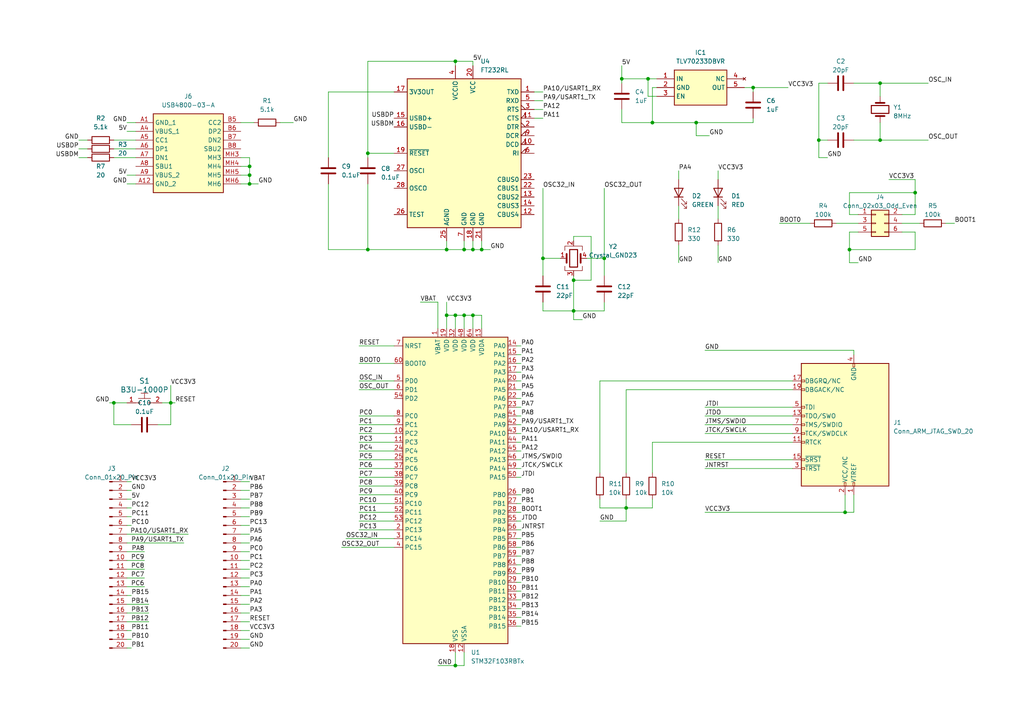
<source format=kicad_sch>
(kicad_sch (version 20230121) (generator eeschema)
  (paper "A4")
  (title_block (title "STM32F103RBT6 Dev Board") (date "2023-04-09") (rev "1.0"))
  (lib_symbols
    (symbol "Connector:Conn_01x20_Pin" (pin_names (offset 1.016) hide)
      (property "Reference" "J" (at 0 25.4 0))
      (property "Value" "Conn_01x20_Pin" (at 0 -27.94 0))
      (symbol "Conn_01x20_Pin_1_1"
        (polyline (pts (xy 1.27 -25.4) (xy 0.8636 -25.4)) (stroke (width 0.1524)))
        (polyline (pts (xy 1.27 -22.86) (xy 0.8636 -22.86)) (stroke (width 0.1524)))
        (polyline (pts (xy 1.27 -20.32) (xy 0.8636 -20.32)) (stroke (width 0.1524)))
        (polyline (pts (xy 1.27 -17.78) (xy 0.8636 -17.78)) (stroke (width 0.1524)))
        (polyline (pts (xy 1.27 -15.24) (xy 0.8636 -15.24)) (stroke (width 0.1524)))
        (polyline (pts (xy 1.27 -12.7) (xy 0.8636 -12.7)) (stroke (width 0.1524)))
        (polyline (pts (xy 1.27 -10.16) (xy 0.8636 -10.16)) (stroke (width 0.1524)))
        (polyline (pts (xy 1.27 -7.62) (xy 0.8636 -7.62)) (stroke (width 0.1524)))
        (polyline (pts (xy 1.27 -5.08) (xy 0.8636 -5.08)) (stroke (width 0.1524)))
        (polyline (pts (xy 1.27 -2.54) (xy 0.8636 -2.54)) (stroke (width 0.1524)))
        (polyline (pts (xy 1.27 0) (xy 0.8636 0)) (stroke (width 0.1524)))
        (polyline (pts (xy 1.27 2.54) (xy 0.8636 2.54)) (stroke (width 0.1524)))
        (polyline (pts (xy 1.27 5.08) (xy 0.8636 5.08)) (stroke (width 0.1524)))
        (polyline (pts (xy 1.27 7.62) (xy 0.8636 7.62)) (stroke (width 0.1524)))
        (polyline (pts (xy 1.27 10.16) (xy 0.8636 10.16)) (stroke (width 0.1524)))
        (polyline (pts (xy 1.27 12.7) (xy 0.8636 12.7)) (stroke (width 0.1524)))
        (polyline (pts (xy 1.27 15.24) (xy 0.8636 15.24)) (stroke (width 0.1524)))
        (polyline (pts (xy 1.27 17.78) (xy 0.8636 17.78)) (stroke (width 0.1524)))
        (polyline (pts (xy 1.27 20.32) (xy 0.8636 20.32)) (stroke (width 0.1524)))
        (polyline (pts (xy 1.27 22.86) (xy 0.8636 22.86)) (stroke (width 0.1524)))
        (rectangle (start 0.8636 -25.273) (end 0 -25.527) (stroke (width 0.1524)) (fill (type outline)))
        (rectangle (start 0.8636 -22.733) (end 0 -22.987) (stroke (width 0.1524)) (fill (type outline)))
        (rectangle (start 0.8636 -20.193) (end 0 -20.447) (stroke (width 0.1524)) (fill (type outline)))
        (rectangle (start 0.8636 -17.653) (end 0 -17.907) (stroke (width 0.1524)) (fill (type outline)))
        (rectangle (start 0.8636 -15.113) (end 0 -15.367) (stroke (width 0.1524)) (fill (type outline)))
        (rectangle (start 0.8636 -12.573) (end 0 -12.827) (stroke (width 0.1524)) (fill (type outline)))
        (rectangle (start 0.8636 -10.033) (end 0 -10.287) (stroke (width 0.1524)) (fill (type outline)))
        (rectangle (start 0.8636 -7.493) (end 0 -7.747) (stroke (width 0.1524)) (fill (type outline)))
        (rectangle (start 0.8636 -4.953) (end 0 -5.207) (stroke (width 0.1524)) (fill (type outline)))
        (rectangle (start 0.8636 -2.413) (end 0 -2.667) (stroke (width 0.1524)) (fill (type outline)))
        (rectangle (start 0.8636 0.127) (end 0 -0.127) (stroke (width 0.1524)) (fill (type outline)))
        (rectangle (start 0.8636 2.667) (end 0 2.413) (stroke (width 0.1524)) (fill (type outline)))
        (rectangle (start 0.8636 5.207) (end 0 4.953) (stroke (width 0.1524)) (fill (type outline)))
        (rectangle (start 0.8636 7.747) (end 0 7.493) (stroke (width 0.1524)) (fill (type outline)))
        (rectangle (start 0.8636 10.287) (end 0 10.033) (stroke (width 0.1524)) (fill (type outline)))
        (rectangle (start 0.8636 12.827) (end 0 12.573) (stroke (width 0.1524)) (fill (type outline)))
        (rectangle (start 0.8636 15.367) (end 0 15.113) (stroke (width 0.1524)) (fill (type outline)))
        (rectangle (start 0.8636 17.907) (end 0 17.653) (stroke (width 0.1524)) (fill (type outline)))
        (rectangle (start 0.8636 20.447) (end 0 20.193) (stroke (width 0.1524)) (fill (type outline)))
        (rectangle (start 0.8636 22.987) (end 0 22.733) (stroke (width 0.1524)) (fill (type outline)))
        (pin passive line (at 5.08 22.86 180) (length 3.81) (name "Pin_1") (number "1"))
        (pin passive line (at 5.08 0 180) (length 3.81) (name "Pin_10") (number "10"))
        (pin passive line (at 5.08 -2.54 180) (length 3.81) (name "Pin_11") (number "11"))
        (pin passive line (at 5.08 -5.08 180) (length 3.81) (name "Pin_12") (number "12"))
        (pin passive line (at 5.08 -7.62 180) (length 3.81) (name "Pin_13") (number "13"))
        (pin passive line (at 5.08 -10.16 180) (length 3.81) (name "Pin_14") (number "14"))
        (pin passive line (at 5.08 -12.7 180) (length 3.81) (name "Pin_15") (number "15"))
        (pin passive line (at 5.08 -15.24 180) (length 3.81) (name "Pin_16") (number "16"))
        (pin passive line (at 5.08 -17.78 180) (length 3.81) (name "Pin_17") (number "17"))
        (pin passive line (at 5.08 -20.32 180) (length 3.81) (name "Pin_18") (number "18"))
        (pin passive line (at 5.08 -22.86 180) (length 3.81) (name "Pin_19") (number "19"))
        (pin passive line (at 5.08 20.32 180) (length 3.81) (name "Pin_2") (number "2"))
        (pin passive line (at 5.08 -25.4 180) (length 3.81) (name "Pin_20") (number "20"))
        (pin passive line (at 5.08 17.78 180) (length 3.81) (name "Pin_3") (number "3"))
        (pin passive line (at 5.08 15.24 180) (length 3.81) (name "Pin_4") (number "4"))
        (pin passive line (at 5.08 12.7 180) (length 3.81) (name "Pin_5") (number "5"))
        (pin passive line (at 5.08 10.16 180) (length 3.81) (name "Pin_6") (number "6"))
        (pin passive line (at 5.08 7.62 180) (length 3.81) (name "Pin_7") (number "7"))
        (pin passive line (at 5.08 5.08 180) (length 3.81) (name "Pin_8") (number "8"))
        (pin passive line (at 5.08 2.54 180) (length 3.81) (name "Pin_9") (number "9"))
      )
    )
    (symbol "Connector:Conn_ARM_JTAG_SWD_20" (pin_names (offset 1.016))
      (property "Reference" "J" (at -5.08 21.59 0))
      (property "Value" "Conn_ARM_JTAG_SWD_20" (at -5.08 19.05 0))
      (symbol "Conn_ARM_JTAG_SWD_20_0_1"
        (rectangle (start -12.7 17.78) (end 12.7 -17.78) (stroke (width 0.254)) (fill (type background)))
        (rectangle (start -2.794 -17.78) (end -2.286 -16.764))
        (rectangle (start -2.794 17.78) (end -2.286 16.764))
        (rectangle (start -0.254 17.78) (end 0.254 16.764))
        (rectangle (start 11.684 2.286) (end 12.7 2.794))
        (rectangle (start 12.7 -12.446) (end 11.684 -12.954))
        (rectangle (start 12.7 -9.906) (end 11.684 -10.414))
        (rectangle (start 12.7 -2.794) (end 11.684 -2.286))
        (rectangle (start 12.7 -0.254) (end 11.684 0.254))
        (rectangle (start 12.7 4.826) (end 11.684 5.334))
        (rectangle (start 12.7 10.414) (end 11.684 9.906))
        (rectangle (start 12.7 12.954) (end 11.684 12.446))
      )
      (symbol "Conn_ARM_JTAG_SWD_20_1_1"
        (rectangle (start 11.684 -5.334) (end 12.7 -4.826))
        (pin power_in line (at -2.54 20.32 270) (length 2.54) (name "VTREF") (number "1"))
        (pin passive line (at -2.54 -20.32 90) (length 2.54) hide (name "GND") (number "10"))
        (pin input line (at 15.24 5.08 180) (length 2.54) (name "RTCK") (number "11"))
        (pin passive line (at -2.54 -20.32 90) (length 2.54) hide (name "GND") (number "12"))
        (pin input line (at 15.24 -2.54 180) (length 2.54) (name "TDO/SWO") (number "13"))
        (pin passive line (at -2.54 -20.32 90) (length 2.54) hide (name "GND") (number "14"))
        (pin bidirectional line (at 15.24 10.16 180) (length 2.54) (name "~{SRST}") (number "15"))
        (pin passive line (at -2.54 -20.32 90) (length 2.54) hide (name "GND") (number "16"))
        (pin output line (at 15.24 -12.7 180) (length 2.54) (name "DBGRQ/NC") (number "17"))
        (pin passive line (at -2.54 -20.32 90) (length 2.54) hide (name "GND") (number "18"))
        (pin input line (at 15.24 -10.16 180) (length 2.54) (name "DBGACK/NC") (number "19"))
        (pin power_in line (at 0 20.32 270) (length 2.54) (name "VCC/NC") (number "2"))
        (pin passive line (at -2.54 -20.32 90) (length 2.54) hide (name "GND") (number "20"))
        (pin output line (at 15.24 12.7 180) (length 2.54) (name "~{TRST}") (number "3"))
        (pin power_in line (at -2.54 -20.32 90) (length 2.54) (name "GND") (number "4"))
        (pin output line (at 15.24 -5.08 180) (length 2.54) (name "TDI") (number "5"))
        (pin passive line (at -2.54 -20.32 90) (length 2.54) hide (name "GND") (number "6"))
        (pin output line (at 15.24 0 180) (length 2.54) (name "TMS/SWDIO") (number "7"))
        (pin passive line (at -2.54 -20.32 90) (length 2.54) hide (name "GND") (number "8"))
        (pin output line (at 15.24 2.54 180) (length 2.54) (name "TCK/SWDCLK") (number "9"))
      )
    )
    (symbol "Connector_Generic:Conn_02x03_Odd_Even" (pin_names (offset 1.016) hide)
      (property "Reference" "J" (at 1.27 5.08 0))
      (property "Value" "Conn_02x03_Odd_Even" (at 1.27 -5.08 0))
      (symbol "Conn_02x03_Odd_Even_1_1"
        (rectangle (start -1.27 -2.413) (end 0 -2.667) (stroke (width 0.1524)))
        (rectangle (start -1.27 0.127) (end 0 -0.127) (stroke (width 0.1524)))
        (rectangle (start -1.27 2.667) (end 0 2.413) (stroke (width 0.1524)))
        (rectangle (start -1.27 3.81) (end 3.81 -3.81) (stroke (width 0.254)) (fill (type background)))
        (rectangle (start 3.81 -2.413) (end 2.54 -2.667) (stroke (width 0.1524)))
        (rectangle (start 3.81 0.127) (end 2.54 -0.127) (stroke (width 0.1524)))
        (rectangle (start 3.81 2.667) (end 2.54 2.413) (stroke (width 0.1524)))
        (pin passive line (at -5.08 2.54 0) (length 3.81) (name "Pin_1") (number "1"))
        (pin passive line (at 7.62 2.54 180) (length 3.81) (name "Pin_2") (number "2"))
        (pin passive line (at -5.08 0 0) (length 3.81) (name "Pin_3") (number "3"))
        (pin passive line (at 7.62 0 180) (length 3.81) (name "Pin_4") (number "4"))
        (pin passive line (at -5.08 -2.54 0) (length 3.81) (name "Pin_5") (number "5"))
        (pin passive line (at 7.62 -2.54 180) (length 3.81) (name "Pin_6") (number "6"))
      )
    )
    (symbol "Device:C" (pin_numbers hide) (pin_names (offset 0.254))
      (property "Reference" "C" (at 0.635 2.54 0))
      (property "Value" "C" (at 0.635 -2.54 0))
      (symbol "C_0_1"
        (polyline (pts (xy -2.032 -0.762) (xy 2.032 -0.762)) (stroke (width 0.508)))
        (polyline (pts (xy -2.032 0.762) (xy 2.032 0.762)) (stroke (width 0.508)))
      )
      (symbol "C_1_1"
        (pin passive line (at 0 3.81 270) (length 2.794) (name "~") (number "1"))
        (pin passive line (at 0 -3.81 90) (length 2.794) (name "~") (number "2"))
      )
    )
    (symbol "Device:Crystal" (pin_numbers hide) (pin_names (offset 1.016) hide)
      (property "Reference" "Y" (at 0 3.81 0))
      (property "Value" "Crystal" (at 0 -3.81 0))
      (symbol "Crystal_0_1"
        (rectangle (start -1.143 2.54) (end 1.143 -2.54) (stroke (width 0.3048)))
        (polyline (pts (xy -2.54 0) (xy -1.905 0)))
        (polyline (pts (xy -1.905 -1.27) (xy -1.905 1.27)) (stroke (width 0.508)))
        (polyline (pts (xy 1.905 -1.27) (xy 1.905 1.27)) (stroke (width 0.508)))
        (polyline (pts (xy 2.54 0) (xy 1.905 0)))
      )
      (symbol "Crystal_1_1"
        (pin passive line (at -3.81 0 0) (length 1.27) (name "1") (number "1"))
        (pin passive line (at 3.81 0 180) (length 1.27) (name "2") (number "2"))
      )
    )
    (symbol "Device:Crystal_GND23" (pin_names (offset 1.016) hide)
      (property "Reference" "Y" (at 3.175 5.08 0))
      (property "Value" "Crystal_GND23" (at 3.175 3.175 0))
      (symbol "Crystal_GND23_0_1"
        (rectangle (start -1.143 2.54) (end 1.143 -2.54) (stroke (width 0.3048)))
        (polyline (pts (xy -2.54 0) (xy -2.032 0)))
        (polyline (pts (xy -2.032 -1.27) (xy -2.032 1.27)) (stroke (width 0.508)))
        (polyline (pts (xy 0 -3.81) (xy 0 -3.556)))
        (polyline (pts (xy 0 3.556) (xy 0 3.81)))
        (polyline (pts (xy 2.032 -1.27) (xy 2.032 1.27)) (stroke (width 0.508)))
        (polyline (pts (xy 2.032 0) (xy 2.54 0)))
        (polyline (pts (xy -2.54 -2.286) (xy -2.54 -3.556) (xy 2.54 -3.556) (xy 2.54 -2.286)))
        (polyline (pts (xy -2.54 2.286) (xy -2.54 3.556) (xy 2.54 3.556) (xy 2.54 2.286)))
      )
      (symbol "Crystal_GND23_1_1"
        (pin passive line (at -3.81 0 0) (length 1.27) (name "1") (number "1"))
        (pin passive line (at 0 5.08 270) (length 1.27) (name "2") (number "2"))
        (pin passive line (at 0 -5.08 90) (length 1.27) (name "3") (number "3"))
        (pin passive line (at 3.81 0 180) (length 1.27) (name "4") (number "4"))
      )
    )
    (symbol "Device:LED" (pin_numbers hide) (pin_names (offset 1.016) hide)
      (property "Reference" "D" (at 0 2.54 0))
      (property "Value" "LED" (at 0 -2.54 0))
      (symbol "LED_0_1"
        (polyline (pts (xy -1.27 -1.27) (xy -1.27 1.27)) (stroke (width 0.254)))
        (polyline (pts (xy -1.27 0) (xy 1.27 0)))
        (polyline (pts (xy 1.27 -1.27) (xy 1.27 1.27) (xy -1.27 0) (xy 1.27 -1.27)) (stroke (width 0.254)))
        (polyline (pts (xy -3.048 -0.762) (xy -4.572 -2.286) (xy -3.81 -2.286) (xy -4.572 -2.286) (xy -4.572 -1.524)))
        (polyline (pts (xy -1.778 -0.762) (xy -3.302 -2.286) (xy -2.54 -2.286) (xy -3.302 -2.286) (xy -3.302 -1.524)))
      )
      (symbol "LED_1_1"
        (pin passive line (at -3.81 0 0) (length 2.54) (name "K") (number "1"))
        (pin passive line (at 3.81 0 180) (length 2.54) (name "A") (number "2"))
      )
    )
    (symbol "Device:R" (pin_numbers hide) (pin_names (offset 0))
      (property "Reference" "R" (at 2.032 0 90))
      (property "Value" "R" (at 0 0 90))
      (symbol "R_0_1"
        (rectangle (start -1.016 -2.54) (end 1.016 2.54) (stroke (width 0.254)))
      )
      (symbol "R_1_1"
        (pin passive line (at 0 3.81 270) (length 1.27) (name "~") (number "1"))
        (pin passive line (at 0 -3.81 90) (length 1.27) (name "~") (number "2"))
      )
    )
    (symbol "Interface_USB:FT232RL"
      (property "Reference" "U" (at -16.51 22.86 0))
      (property "Value" "FT232RL" (at 10.16 22.86 0))
      (symbol "FT232RL_0_1"
        (rectangle (start -16.51 21.59) (end 16.51 -21.59) (stroke (width 0.254)) (fill (type background)))
      )
      (symbol "FT232RL_1_1"
        (pin output line (at 20.32 17.78 180) (length 3.81) (name "TXD") (number "1"))
        (pin input input_low (at 20.32 2.54 180) (length 3.81) (name "DCD") (number "10"))
        (pin input input_low (at 20.32 10.16 180) (length 3.81) (name "CTS") (number "11"))
        (pin bidirectional line (at 20.32 -17.78 180) (length 3.81) (name "CBUS4") (number "12"))
        (pin bidirectional line (at 20.32 -12.7 180) (length 3.81) (name "CBUS2") (number "13"))
        (pin bidirectional line (at 20.32 -15.24 180) (length 3.81) (name "CBUS3") (number "14"))
        (pin bidirectional line (at -20.32 10.16 0) (length 3.81) (name "USBD+") (number "15"))
        (pin bidirectional line (at -20.32 7.62 0) (length 3.81) (name "USBD-") (number "16"))
        (pin power_out line (at -20.32 17.78 0) (length 3.81) (name "3V3OUT") (number "17"))
        (pin power_in line (at 2.54 -25.4 90) (length 3.81) (name "GND") (number "18"))
        (pin input line (at -20.32 0 0) (length 3.81) (name "~{RESET}") (number "19"))
        (pin output output_low (at 20.32 7.62 180) (length 3.81) (name "DTR") (number "2"))
        (pin power_in line (at 2.54 25.4 270) (length 3.81) (name "VCC") (number "20"))
        (pin power_in line (at 5.08 -25.4 90) (length 3.81) (name "GND") (number "21"))
        (pin bidirectional line (at 20.32 -10.16 180) (length 3.81) (name "CBUS1") (number "22"))
        (pin bidirectional line (at 20.32 -7.62 180) (length 3.81) (name "CBUS0") (number "23"))
        (pin power_in line (at -5.08 -25.4 90) (length 3.81) (name "AGND") (number "25"))
        (pin input line (at -20.32 -17.78 0) (length 3.81) (name "TEST") (number "26"))
        (pin input line (at -20.32 -5.08 0) (length 3.81) (name "OSCI") (number "27"))
        (pin output line (at -20.32 -10.16 0) (length 3.81) (name "OSCO") (number "28"))
        (pin output output_low (at 20.32 12.7 180) (length 3.81) (name "RTS") (number "3"))
        (pin power_in line (at -2.54 25.4 270) (length 3.81) (name "VCCIO") (number "4"))
        (pin input line (at 20.32 15.24 180) (length 3.81) (name "RXD") (number "5"))
        (pin input input_low (at 20.32 0 180) (length 3.81) (name "RI") (number "6"))
        (pin power_in line (at 0 -25.4 90) (length 3.81) (name "GND") (number "7"))
        (pin input input_low (at 20.32 5.08 180) (length 3.81) (name "DCR") (number "9"))
      )
    )
    (symbol "MCU_ST_STM32F1:STM32F103RBTx"
      (property "Reference" "U" (at -15.24 46.99 0))
      (property "Value" "STM32F103RBTx" (at 10.16 46.99 0))
      (symbol "STM32F103RBTx_0_1"
        (rectangle (start -15.24 -43.18) (end 15.24 45.72) (stroke (width 0.254)) (fill (type background)))
      )
      (symbol "STM32F103RBTx_1_1"
        (pin power_in line (at -5.08 48.26 270) (length 2.54) (name "VBAT") (number "1"))
        (pin bidirectional line (at -17.78 17.78 0) (length 2.54) (name "PC2") (number "10"))
        (pin bidirectional line (at -17.78 15.24 0) (length 2.54) (name "PC3") (number "11"))
        (pin power_in line (at 2.54 -45.72 90) (length 2.54) (name "VSSA") (number "12"))
        (pin power_in line (at 7.62 48.26 270) (length 2.54) (name "VDDA") (number "13"))
        (pin bidirectional line (at 17.78 43.18 180) (length 2.54) (name "PA0") (number "14"))
        (pin bidirectional line (at 17.78 40.64 180) (length 2.54) (name "PA1") (number "15"))
        (pin bidirectional line (at 17.78 38.1 180) (length 2.54) (name "PA2") (number "16"))
        (pin bidirectional line (at 17.78 35.56 180) (length 2.54) (name "PA3") (number "17"))
        (pin power_in line (at 0 -45.72 90) (length 2.54) (name "VSS") (number "18"))
        (pin power_in line (at -2.54 48.26 270) (length 2.54) (name "VDD") (number "19"))
        (pin bidirectional line (at -17.78 -10.16 0) (length 2.54) (name "PC13") (number "2"))
        (pin bidirectional line (at 17.78 33.02 180) (length 2.54) (name "PA4") (number "20"))
        (pin bidirectional line (at 17.78 30.48 180) (length 2.54) (name "PA5") (number "21"))
        (pin bidirectional line (at 17.78 27.94 180) (length 2.54) (name "PA6") (number "22"))
        (pin bidirectional line (at 17.78 25.4 180) (length 2.54) (name "PA7") (number "23"))
        (pin bidirectional line (at -17.78 12.7 0) (length 2.54) (name "PC4") (number "24"))
        (pin bidirectional line (at -17.78 10.16 0) (length 2.54) (name "PC5") (number "25"))
        (pin bidirectional line (at 17.78 0 180) (length 2.54) (name "PB0") (number "26"))
        (pin bidirectional line (at 17.78 -2.54 180) (length 2.54) (name "PB1") (number "27"))
        (pin bidirectional line (at 17.78 -5.08 180) (length 2.54) (name "PB2") (number "28"))
        (pin bidirectional line (at 17.78 -25.4 180) (length 2.54) (name "PB10") (number "29"))
        (pin bidirectional line (at -17.78 -12.7 0) (length 2.54) (name "PC14") (number "3"))
        (pin bidirectional line (at 17.78 -27.94 180) (length 2.54) (name "PB11") (number "30"))
        (pin passive line (at 0 -45.72 90) (length 2.54) hide (name "VSS") (number "31"))
        (pin power_in line (at 0 48.26 270) (length 2.54) (name "VDD") (number "32"))
        (pin bidirectional line (at 17.78 -30.48 180) (length 2.54) (name "PB12") (number "33"))
        (pin bidirectional line (at 17.78 -33.02 180) (length 2.54) (name "PB13") (number "34"))
        (pin bidirectional line (at 17.78 -35.56 180) (length 2.54) (name "PB14") (number "35"))
        (pin bidirectional line (at 17.78 -38.1 180) (length 2.54) (name "PB15") (number "36"))
        (pin bidirectional line (at -17.78 7.62 0) (length 2.54) (name "PC6") (number "37"))
        (pin bidirectional line (at -17.78 5.08 0) (length 2.54) (name "PC7") (number "38"))
        (pin bidirectional line (at -17.78 2.54 0) (length 2.54) (name "PC8") (number "39"))
        (pin bidirectional line (at -17.78 -15.24 0) (length 2.54) (name "PC15") (number "4"))
        (pin bidirectional line (at -17.78 0 0) (length 2.54) (name "PC9") (number "40"))
        (pin bidirectional line (at 17.78 22.86 180) (length 2.54) (name "PA8") (number "41"))
        (pin bidirectional line (at 17.78 20.32 180) (length 2.54) (name "PA9") (number "42"))
        (pin bidirectional line (at 17.78 17.78 180) (length 2.54) (name "PA10") (number "43"))
        (pin bidirectional line (at 17.78 15.24 180) (length 2.54) (name "PA11") (number "44"))
        (pin bidirectional line (at 17.78 12.7 180) (length 2.54) (name "PA12") (number "45"))
        (pin bidirectional line (at 17.78 10.16 180) (length 2.54) (name "PA13") (number "46"))
        (pin passive line (at 0 -45.72 90) (length 2.54) hide (name "VSS") (number "47"))
        (pin power_in line (at 2.54 48.26 270) (length 2.54) (name "VDD") (number "48"))
        (pin bidirectional line (at 17.78 7.62 180) (length 2.54) (name "PA14") (number "49"))
        (pin bidirectional line (at -17.78 33.02 0) (length 2.54) (name "PD0") (number "5"))
        (pin bidirectional line (at 17.78 5.08 180) (length 2.54) (name "PA15") (number "50"))
        (pin bidirectional line (at -17.78 -2.54 0) (length 2.54) (name "PC10") (number "51"))
        (pin bidirectional line (at -17.78 -5.08 0) (length 2.54) (name "PC11") (number "52"))
        (pin bidirectional line (at -17.78 -7.62 0) (length 2.54) (name "PC12") (number "53"))
        (pin bidirectional line (at -17.78 27.94 0) (length 2.54) (name "PD2") (number "54"))
        (pin bidirectional line (at 17.78 -7.62 180) (length 2.54) (name "PB3") (number "55"))
        (pin bidirectional line (at 17.78 -10.16 180) (length 2.54) (name "PB4") (number "56"))
        (pin bidirectional line (at 17.78 -12.7 180) (length 2.54) (name "PB5") (number "57"))
        (pin bidirectional line (at 17.78 -15.24 180) (length 2.54) (name "PB6") (number "58"))
        (pin bidirectional line (at 17.78 -17.78 180) (length 2.54) (name "PB7") (number "59"))
        (pin bidirectional line (at -17.78 30.48 0) (length 2.54) (name "PD1") (number "6"))
        (pin input line (at -17.78 38.1 0) (length 2.54) (name "BOOT0") (number "60"))
        (pin bidirectional line (at 17.78 -20.32 180) (length 2.54) (name "PB8") (number "61"))
        (pin bidirectional line (at 17.78 -22.86 180) (length 2.54) (name "PB9") (number "62"))
        (pin passive line (at 0 -45.72 90) (length 2.54) hide (name "VSS") (number "63"))
        (pin power_in line (at 5.08 48.26 270) (length 2.54) (name "VDD") (number "64"))
        (pin input line (at -17.78 43.18 0) (length 2.54) (name "NRST") (number "7"))
        (pin bidirectional line (at -17.78 22.86 0) (length 2.54) (name "PC0") (number "8"))
        (pin bidirectional line (at -17.78 20.32 0) (length 2.54) (name "PC1") (number "9"))
      )
    )
    (symbol "SamacSys_Parts:TLV70233DBVR"
      (property "Reference" "IC" (at 21.59 7.62 0))
      (property "Value" "TLV70233DBVR" (at 21.59 5.08 0))
      (symbol "TLV70233DBVR_1_1"
        (rectangle (start 5.08 2.54) (end 20.32 -7.62) (stroke (width 0.254)) (fill (type background)))
        (pin passive line (at 0 0 0) (length 5.08) (name "IN") (number "1"))
        (pin passive line (at 0 -2.54 0) (length 5.08) (name "GND") (number "2"))
        (pin passive line (at 0 -5.08 0) (length 5.08) (name "EN") (number "3"))
        (pin no_connect line (at 25.4 0 180) (length 5.08) (name "NC") (number "4"))
        (pin passive line (at 25.4 -2.54 180) (length 5.08) (name "OUT") (number "5"))
      )
    )
    (symbol "SamacSys_Parts:USB4800-03-A"
      (property "Reference" "J" (at 26.67 7.62 0))
      (property "Value" "USB4800-03-A" (at 26.67 5.08 0))
      (symbol "USB4800-03-A_1_1"
        (rectangle (start 5.08 2.54) (end 25.4 -20.32) (stroke (width 0.254)) (fill (type background)))
        (pin passive line (at 0 0 0) (length 5.08) (name "GND_1") (number "A1"))
        (pin passive line (at 0 -17.78 0) (length 5.08) (name "GND_2") (number "A12"))
        (pin passive line (at 0 -2.54 0) (length 5.08) (name "VBUS_1") (number "A4"))
        (pin passive line (at 0 -5.08 0) (length 5.08) (name "CC1") (number "A5"))
        (pin passive line (at 0 -7.62 0) (length 5.08) (name "DP1") (number "A6"))
        (pin passive line (at 0 -10.16 0) (length 5.08) (name "DN1") (number "A7"))
        (pin passive line (at 0 -12.7 0) (length 5.08) (name "SBU1") (number "A8"))
        (pin passive line (at 0 -15.24 0) (length 5.08) (name "VBUS_2") (number "A9"))
        (pin passive line (at 30.48 0 180) (length 5.08) (name "CC2") (number "B5"))
        (pin passive line (at 30.48 -2.54 180) (length 5.08) (name "DP2") (number "B6"))
        (pin passive line (at 30.48 -5.08 180) (length 5.08) (name "DN2") (number "B7"))
        (pin passive line (at 30.48 -7.62 180) (length 5.08) (name "SBU2") (number "B8"))
        (pin passive line (at 30.48 -10.16 180) (length 5.08) (name "MH3") (number "MH3"))
        (pin passive line (at 30.48 -12.7 180) (length 5.08) (name "MH4") (number "MH4"))
        (pin passive line (at 30.48 -15.24 180) (length 5.08) (name "MH5") (number "MH5"))
        (pin passive line (at 30.48 -17.78 180) (length 5.08) (name "MH6") (number "MH6"))
      )
    )
    (symbol "dk_Tactile-Switches:B3U-1000P" (pin_names (offset 1.016))
      (property "Reference" "S" (at 0 4.064 0))
      (property "Value" "B3U-1000P" (at 0 -2.54 0))
      (symbol "B3U-1000P_0_1"
        (circle (center -1.524 0) (radius 0.254))
        (polyline (pts (xy -2.54 0) (xy -1.778 0)))
        (polyline (pts (xy -1.778 1.27) (xy 1.778 1.27)))
        (polyline (pts (xy -1.016 2.794) (xy 1.016 2.794)))
        (polyline (pts (xy 0 1.27) (xy 0 2.794)))
        (polyline (pts (xy 2.54 0) (xy 1.778 0)))
        (circle (center 1.524 0) (radius 0.254))
      )
      (symbol "B3U-1000P_1_1"
        (pin passive line (at -5.08 0 0) (length 2.54) (name "~") (number "1"))
        (pin passive line (at 5.08 0 180) (length 2.54) (name "~") (number "2"))
      )
    )
  )
  (junction (at 201.93 35.56))
  (junction (at 132.08 91.44))
  (junction (at 129.54 91.44))
  (junction (at 132.08 17.78))
  (junction (at 180.34 22.86))
  (junction (at 246.38 72.39))
  (junction (at 166.37 81.28))
  (junction (at 181.61 147.32))
  (junction (at 237.49 40.64))
  (junction (at 132.08 193.04))
  (junction (at 137.16 91.44))
  (junction (at 137.16 72.39))
  (junction (at 218.44 25.4))
  (junction (at 157.48 74.93))
  (junction (at 72.39 48.26))
  (junction (at 187.96 22.86))
  (junction (at 33.02 116.84))
  (junction (at 106.68 44.45))
  (junction (at 129.54 72.39))
  (junction (at 134.62 91.44))
  (junction (at 245.11 148.59))
  (junction (at 134.62 72.39))
  (junction (at 49.53 116.84))
  (junction (at 72.39 50.8))
  (junction (at 255.27 24.13))
  (junction (at 189.23 35.56))
  (junction (at 72.39 53.34))
  (junction (at 255.27 40.64))
  (junction (at 139.7 72.39))
  (junction (at 175.26 74.93))
  (junction (at 106.68 72.39))
  (junction (at 166.37 90.17))
  (junction (at 265.43 55.88))
  (wire (pts (xy 43.18 175.26) (xy 36.83 175.26)))
  (wire (pts (xy 149.86 151.13) (xy 151.13 151.13)))
  (wire (pts (xy 104.14 100.33) (xy 114.3 100.33)))
  (wire (pts (xy 50.8 116.84) (xy 49.53 116.84)))
  (wire (pts (xy 204.47 118.11) (xy 229.87 118.11)))
  (wire (pts (xy 255.27 40.64) (xy 255.27 35.56)))
  (wire (pts (xy 151.13 181.61) (xy 149.86 181.61)))
  (wire (pts (xy 149.86 105.41) (xy 151.13 105.41)))
  (wire (pts (xy 149.86 135.89) (xy 151.13 135.89)))
  (wire (pts (xy 72.39 154.94) (xy 69.85 154.94)))
  (wire (pts (xy 180.34 19.05) (xy 180.34 22.86)))
  (wire (pts (xy 173.99 151.13) (xy 181.61 151.13)))
  (wire (pts (xy 208.28 59.69) (xy 208.28 63.5)))
  (wire (pts (xy 36.83 147.32) (xy 38.1 147.32)))
  (wire (pts (xy 248.92 67.31) (xy 246.38 67.31)))
  (wire (pts (xy 43.18 180.34) (xy 36.83 180.34)))
  (wire (pts (xy 139.7 72.39) (xy 142.24 72.39)))
  (wire (pts (xy 134.62 193.04) (xy 132.08 193.04)))
  (wire (pts (xy 104.14 123.19) (xy 114.3 123.19)))
  (wire (pts (xy 31.75 116.84) (xy 33.02 116.84)))
  (wire (pts (xy 72.39 53.34) (xy 69.85 53.34)))
  (wire (pts (xy 129.54 95.25) (xy 129.54 91.44)))
  (wire (pts (xy 132.08 189.23) (xy 132.08 193.04)))
  (wire (pts (xy 22.86 40.64) (xy 25.4 40.64)))
  (wire (pts (xy 151.13 146.05) (xy 149.86 146.05)))
  (wire (pts (xy 106.68 72.39) (xy 129.54 72.39)))
  (wire (pts (xy 149.86 113.03) (xy 151.13 113.03)))
  (wire (pts (xy 151.13 125.73) (xy 149.86 125.73)))
  (wire (pts (xy 49.53 116.84) (xy 46.99 116.84)))
  (wire (pts (xy 151.13 123.19) (xy 149.86 123.19)))
  (wire (pts (xy 149.86 148.59) (xy 151.13 148.59)))
  (wire (pts (xy 134.62 91.44) (xy 134.62 95.25)))
  (wire (pts (xy 237.49 40.64) (xy 240.03 40.64)))
  (wire (pts (xy 208.28 49.53) (xy 208.28 52.07)))
  (wire (pts (xy 181.61 144.78) (xy 181.61 147.32)))
  (wire (pts (xy 151.13 118.11) (xy 149.86 118.11)))
  (wire (pts (xy 127 95.25) (xy 127 87.63)))
  (wire (pts (xy 245.11 148.59) (xy 247.65 148.59)))
  (wire (pts (xy 201.93 35.56) (xy 218.44 35.56)))
  (wire (pts (xy 106.68 44.45) (xy 114.3 44.45)))
  (wire (pts (xy 173.99 144.78) (xy 173.99 147.32)))
  (wire (pts (xy 134.62 189.23) (xy 134.62 193.04)))
  (wire (pts (xy 49.53 111.76) (xy 49.53 116.84)))
  (wire (pts (xy 41.91 167.64) (xy 36.83 167.64)))
  (wire (pts (xy 189.23 147.32) (xy 189.23 144.78)))
  (wire (pts (xy 204.47 148.59) (xy 245.11 148.59)))
  (wire (pts (xy 175.26 74.93) (xy 175.26 80.01)))
  (wire (pts (xy 151.13 163.83) (xy 149.86 163.83)))
  (wire (pts (xy 106.68 17.78) (xy 106.68 44.45)))
  (wire (pts (xy 72.39 175.26) (xy 69.85 175.26)))
  (wire (pts (xy 129.54 87.63) (xy 129.54 91.44)))
  (wire (pts (xy 104.14 128.27) (xy 114.3 128.27)))
  (wire (pts (xy 218.44 26.67) (xy 218.44 25.4)))
  (wire (pts (xy 204.47 120.65) (xy 229.87 120.65)))
  (wire (pts (xy 72.39 45.72) (xy 72.39 48.26)))
  (wire (pts (xy 255.27 40.64) (xy 269.24 40.64)))
  (wire (pts (xy 104.14 143.51) (xy 114.3 143.51)))
  (wire (pts (xy 72.39 177.8) (xy 69.85 177.8)))
  (wire (pts (xy 180.34 31.75) (xy 180.34 35.56)))
  (wire (pts (xy 100.33 156.21) (xy 114.3 156.21)))
  (wire (pts (xy 106.68 53.34) (xy 106.68 72.39)))
  (wire (pts (xy 129.54 72.39) (xy 134.62 72.39)))
  (wire (pts (xy 137.16 91.44) (xy 137.16 95.25)))
  (wire (pts (xy 242.57 64.77) (xy 248.92 64.77)))
  (wire (pts (xy 180.34 22.86) (xy 187.96 22.86)))
  (wire (pts (xy 104.14 140.97) (xy 114.3 140.97)))
  (wire (pts (xy 36.83 144.78) (xy 38.1 144.78)))
  (wire (pts (xy 247.65 40.64) (xy 255.27 40.64)))
  (wire (pts (xy 36.83 139.7) (xy 38.1 139.7)))
  (wire (pts (xy 261.62 64.77) (xy 266.7 64.77)))
  (wire (pts (xy 69.85 48.26) (xy 72.39 48.26)))
  (wire (pts (xy 129.54 69.85) (xy 129.54 72.39)))
  (wire (pts (xy 72.39 50.8) (xy 72.39 53.34)))
  (wire (pts (xy 137.16 17.78) (xy 137.16 19.05)))
  (wire (pts (xy 246.38 62.23) (xy 248.92 62.23)))
  (wire (pts (xy 114.3 26.67) (xy 95.25 26.67)))
  (wire (pts (xy 38.1 123.19) (xy 33.02 123.19)))
  (wire (pts (xy 38.1 185.42) (xy 36.83 185.42)))
  (wire (pts (xy 170.18 74.93) (xy 175.26 74.93)))
  (wire (pts (xy 72.39 172.72) (xy 69.85 172.72)))
  (wire (pts (xy 151.13 179.07) (xy 149.86 179.07)))
  (wire (pts (xy 49.53 123.19) (xy 49.53 116.84)))
  (wire (pts (xy 204.47 125.73) (xy 229.87 125.73)))
  (wire (pts (xy 45.72 123.19) (xy 49.53 123.19)))
  (wire (pts (xy 132.08 17.78) (xy 137.16 17.78)))
  (wire (pts (xy 139.7 91.44) (xy 137.16 91.44)))
  (wire (pts (xy 41.91 170.18) (xy 36.83 170.18)))
  (wire (pts (xy 149.86 133.35) (xy 151.13 133.35)))
  (wire (pts (xy 218.44 34.29) (xy 218.44 35.56)))
  (wire (pts (xy 157.48 74.93) (xy 157.48 80.01)))
  (wire (pts (xy 151.13 168.91) (xy 149.86 168.91)))
  (wire (pts (xy 149.86 107.95) (xy 151.13 107.95)))
  (wire (pts (xy 38.1 172.72) (xy 36.83 172.72)))
  (wire (pts (xy 151.13 143.51) (xy 149.86 143.51)))
  (wire (pts (xy 196.85 59.69) (xy 196.85 63.5)))
  (wire (pts (xy 72.39 167.64) (xy 69.85 167.64)))
  (wire (pts (xy 157.48 90.17) (xy 166.37 90.17)))
  (wire (pts (xy 171.45 68.58) (xy 171.45 81.28)))
  (wire (pts (xy 237.49 45.72) (xy 237.49 40.64)))
  (wire (pts (xy 69.85 50.8) (xy 72.39 50.8)))
  (wire (pts (xy 274.32 64.77) (xy 276.86 64.77)))
  (wire (pts (xy 149.86 110.49) (xy 151.13 110.49)))
  (wire (pts (xy 134.62 91.44) (xy 137.16 91.44)))
  (wire (pts (xy 72.39 147.32) (xy 69.85 147.32)))
  (wire (pts (xy 134.62 72.39) (xy 137.16 72.39)))
  (wire (pts (xy 22.86 43.18) (xy 25.4 43.18)))
  (wire (pts (xy 189.23 128.27) (xy 189.23 137.16)))
  (wire (pts (xy 33.02 45.72) (xy 39.37 45.72)))
  (wire (pts (xy 72.39 162.56) (xy 69.85 162.56)))
  (wire (pts (xy 104.14 110.49) (xy 114.3 110.49)))
  (wire (pts (xy 190.5 27.94) (xy 187.96 27.94)))
  (wire (pts (xy 36.83 149.86) (xy 38.1 149.86)))
  (wire (pts (xy 151.13 176.53) (xy 149.86 176.53)))
  (wire (pts (xy 72.39 170.18) (xy 69.85 170.18)))
  (wire (pts (xy 229.87 110.49) (xy 173.99 110.49)))
  (wire (pts (xy 181.61 137.16) (xy 181.61 113.03)))
  (wire (pts (xy 106.68 44.45) (xy 106.68 45.72)))
  (wire (pts (xy 261.62 62.23) (xy 265.43 62.23)))
  (wire (pts (xy 215.9 25.4) (xy 218.44 25.4)))
  (wire (pts (xy 151.13 156.21) (xy 149.86 156.21)))
  (wire (pts (xy 175.26 90.17) (xy 175.26 87.63)))
  (wire (pts (xy 36.83 38.1) (xy 39.37 38.1)))
  (wire (pts (xy 132.08 91.44) (xy 132.08 95.25)))
  (wire (pts (xy 189.23 25.4) (xy 189.23 35.56)))
  (wire (pts (xy 132.08 19.05) (xy 132.08 17.78)))
  (wire (pts (xy 166.37 68.58) (xy 171.45 68.58)))
  (wire (pts (xy 189.23 35.56) (xy 201.93 35.56)))
  (wire (pts (xy 95.25 72.39) (xy 106.68 72.39)))
  (wire (pts (xy 196.85 49.53) (xy 196.85 52.07)))
  (wire (pts (xy 69.85 180.34) (xy 72.39 180.34)))
  (wire (pts (xy 151.13 120.65) (xy 149.86 120.65)))
  (wire (pts (xy 72.39 53.34) (xy 74.93 53.34)))
  (wire (pts (xy 104.14 120.65) (xy 114.3 120.65)))
  (wire (pts (xy 72.39 152.4) (xy 69.85 152.4)))
  (wire (pts (xy 72.39 160.02) (xy 69.85 160.02)))
  (wire (pts (xy 104.14 135.89) (xy 114.3 135.89)))
  (wire (pts (xy 240.03 45.72) (xy 237.49 45.72)))
  (wire (pts (xy 229.87 128.27) (xy 189.23 128.27)))
  (wire (pts (xy 180.34 22.86) (xy 180.34 24.13)))
  (wire (pts (xy 36.83 152.4) (xy 38.1 152.4)))
  (wire (pts (xy 137.16 72.39) (xy 139.7 72.39)))
  (wire (pts (xy 72.39 144.78) (xy 69.85 144.78)))
  (wire (pts (xy 104.14 113.03) (xy 114.3 113.03)))
  (wire (pts (xy 72.39 165.1) (xy 69.85 165.1)))
  (wire (pts (xy 33.02 43.18) (xy 39.37 43.18)))
  (wire (pts (xy 157.48 54.61) (xy 157.48 74.93)))
  (wire (pts (xy 226.06 64.77) (xy 234.95 64.77)))
  (wire (pts (xy 173.99 110.49) (xy 173.99 137.16)))
  (wire (pts (xy 95.25 53.34) (xy 95.25 72.39)))
  (wire (pts (xy 237.49 24.13) (xy 237.49 40.64)))
  (wire (pts (xy 166.37 68.58) (xy 166.37 69.85)))
  (wire (pts (xy 196.85 71.12) (xy 196.85 76.2)))
  (wire (pts (xy 139.7 95.25) (xy 139.7 91.44)))
  (wire (pts (xy 245.11 143.51) (xy 245.11 148.59)))
  (wire (pts (xy 181.61 113.03) (xy 229.87 113.03)))
  (wire (pts (xy 139.7 72.39) (xy 139.7 69.85)))
  (wire (pts (xy 134.62 69.85) (xy 134.62 72.39)))
  (wire (pts (xy 154.94 26.67) (xy 157.48 26.67)))
  (wire (pts (xy 38.1 187.96) (xy 36.83 187.96)))
  (wire (pts (xy 72.39 157.48) (xy 69.85 157.48)))
  (wire (pts (xy 247.65 143.51) (xy 247.65 148.59)))
  (wire (pts (xy 166.37 81.28) (xy 166.37 90.17)))
  (wire (pts (xy 69.85 182.88) (xy 72.39 182.88)))
  (wire (pts (xy 255.27 24.13) (xy 269.24 24.13)))
  (wire (pts (xy 137.16 69.85) (xy 137.16 72.39)))
  (wire (pts (xy 72.39 149.86) (xy 69.85 149.86)))
  (wire (pts (xy 171.45 81.28) (xy 166.37 81.28)))
  (wire (pts (xy 240.03 24.13) (xy 237.49 24.13)))
  (wire (pts (xy 168.91 92.71) (xy 166.37 92.71)))
  (wire (pts (xy 104.14 153.67) (xy 114.3 153.67)))
  (wire (pts (xy 181.61 147.32) (xy 181.61 151.13)))
  (wire (pts (xy 175.26 54.61) (xy 175.26 74.93)))
  (wire (pts (xy 255.27 27.94) (xy 255.27 24.13)))
  (wire (pts (xy 121.92 87.63) (xy 127 87.63)))
  (wire (pts (xy 181.61 147.32) (xy 189.23 147.32)))
  (wire (pts (xy 246.38 55.88) (xy 246.38 62.23)))
  (wire (pts (xy 72.39 48.26) (xy 72.39 50.8)))
  (wire (pts (xy 104.14 133.35) (xy 114.3 133.35)))
  (wire (pts (xy 204.47 101.6) (xy 247.65 101.6)))
  (wire (pts (xy 208.28 71.12) (xy 208.28 76.2)))
  (wire (pts (xy 265.43 62.23) (xy 265.43 55.88)))
  (wire (pts (xy 69.85 35.56) (xy 73.66 35.56)))
  (wire (pts (xy 166.37 90.17) (xy 175.26 90.17)))
  (wire (pts (xy 187.96 27.94) (xy 187.96 22.86)))
  (wire (pts (xy 151.13 166.37) (xy 149.86 166.37)))
  (wire (pts (xy 190.5 25.4) (xy 189.23 25.4)))
  (wire (pts (xy 204.47 123.19) (xy 229.87 123.19)))
  (wire (pts (xy 166.37 92.71) (xy 166.37 90.17)))
  (wire (pts (xy 204.47 135.89) (xy 229.87 135.89)))
  (wire (pts (xy 104.14 105.41) (xy 114.3 105.41)))
  (wire (pts (xy 129.54 91.44) (xy 132.08 91.44)))
  (wire (pts (xy 265.43 72.39) (xy 265.43 67.31)))
  (wire (pts (xy 41.91 162.56) (xy 36.83 162.56)))
  (wire (pts (xy 247.65 101.6) (xy 247.65 102.87)))
  (wire (pts (xy 36.83 35.56) (xy 39.37 35.56)))
  (wire (pts (xy 149.86 102.87) (xy 151.13 102.87)))
  (wire (pts (xy 132.08 91.44) (xy 134.62 91.44)))
  (wire (pts (xy 41.91 160.02) (xy 36.83 160.02)))
  (wire (pts (xy 104.14 130.81) (xy 114.3 130.81)))
  (wire (pts (xy 69.85 139.7) (xy 72.39 139.7)))
  (wire (pts (xy 154.94 31.75) (xy 157.48 31.75)))
  (wire (pts (xy 104.14 138.43) (xy 114.3 138.43)))
  (wire (pts (xy 69.85 45.72) (xy 72.39 45.72)))
  (wire (pts (xy 157.48 34.29) (xy 154.94 34.29)))
  (wire (pts (xy 265.43 67.31) (xy 261.62 67.31)))
  (wire (pts (xy 173.99 147.32) (xy 181.61 147.32)))
  (wire (pts (xy 81.28 35.56) (xy 85.09 35.56)))
  (wire (pts (xy 149.86 100.33) (xy 151.13 100.33)))
  (wire (pts (xy 22.86 45.72) (xy 25.4 45.72)))
  (wire (pts (xy 151.13 158.75) (xy 149.86 158.75)))
  (wire (pts (xy 151.13 171.45) (xy 149.86 171.45)))
  (wire (pts (xy 246.38 76.2) (xy 248.92 76.2)))
  (wire (pts (xy 36.83 154.94) (xy 54.61 154.94)))
  (wire (pts (xy 36.83 157.48) (xy 53.34 157.48)))
  (wire (pts (xy 149.86 153.67) (xy 151.13 153.67)))
  (wire (pts (xy 33.02 40.64) (xy 39.37 40.64)))
  (wire (pts (xy 190.5 22.86) (xy 187.96 22.86)))
  (wire (pts (xy 104.14 151.13) (xy 114.3 151.13)))
  (wire (pts (xy 36.83 142.24) (xy 38.1 142.24)))
  (wire (pts (xy 265.43 55.88) (xy 246.38 55.88)))
  (wire (pts (xy 33.02 123.19) (xy 33.02 116.84)))
  (wire (pts (xy 104.14 148.59) (xy 114.3 148.59)))
  (wire (pts (xy 151.13 173.99) (xy 149.86 173.99)))
  (wire (pts (xy 132.08 17.78) (xy 106.68 17.78)))
  (wire (pts (xy 104.14 125.73) (xy 114.3 125.73)))
  (wire (pts (xy 33.02 116.84) (xy 36.83 116.84)))
  (wire (pts (xy 69.85 185.42) (xy 72.39 185.42)))
  (wire (pts (xy 43.18 177.8) (xy 36.83 177.8)))
  (wire (pts (xy 157.48 74.93) (xy 162.56 74.93)))
  (wire (pts (xy 246.38 72.39) (xy 246.38 76.2)))
  (wire (pts (xy 69.85 187.96) (xy 72.39 187.96)))
  (wire (pts (xy 246.38 72.39) (xy 265.43 72.39)))
  (wire (pts (xy 180.34 35.56) (xy 189.23 35.56)))
  (wire (pts (xy 104.14 146.05) (xy 114.3 146.05)))
  (wire (pts (xy 72.39 142.24) (xy 69.85 142.24)))
  (wire (pts (xy 149.86 138.43) (xy 151.13 138.43)))
  (wire (pts (xy 99.06 158.75) (xy 114.3 158.75)))
  (wire (pts (xy 205.74 39.37) (xy 201.93 39.37)))
  (wire (pts (xy 151.13 161.29) (xy 149.86 161.29)))
  (wire (pts (xy 166.37 80.01) (xy 166.37 81.28)))
  (wire (pts (xy 201.93 39.37) (xy 201.93 35.56)))
  (wire (pts (xy 41.91 165.1) (xy 36.83 165.1)))
  (wire (pts (xy 157.48 87.63) (xy 157.48 90.17)))
  (wire (pts (xy 127 193.04) (xy 132.08 193.04)))
  (wire (pts (xy 218.44 25.4) (xy 228.6 25.4)))
  (wire (pts (xy 204.47 133.35) (xy 229.87 133.35)))
  (wire (pts (xy 265.43 55.88) (xy 265.43 52.07)))
  (wire (pts (xy 255.27 24.13) (xy 247.65 24.13)))
  (wire (pts (xy 36.83 50.8) (xy 39.37 50.8)))
  (wire (pts (xy 38.1 182.88) (xy 36.83 182.88)))
  (wire (pts (xy 151.13 115.57) (xy 149.86 115.57)))
  (wire (pts (xy 246.38 67.31) (xy 246.38 72.39)))
  (wire (pts (xy 265.43 52.07) (xy 257.81 52.07)))
  (wire (pts (xy 149.86 128.27) (xy 151.13 128.27)))
  (wire (pts (xy 149.86 130.81) (xy 151.13 130.81)))
  (wire (pts (xy 157.48 29.21) (xy 154.94 29.21)))
  (wire (pts (xy 36.83 53.34) (xy 39.37 53.34)))
  (wire (pts (xy 95.25 26.67) (xy 95.25 45.72)))
  (label "VCC3V3" (at 257.81 52.07 0))
  (label "PC0" (at 72.39 160.02 0))
  (label "PC9" (at 41.91 162.56 180))
  (label "PA0" (at 72.39 170.18 0))
  (label "OSC_OUT" (at 104.14 113.03 0))
  (label "VCC3V3" (at 38.1 139.7 0))
  (label "PC7" (at 41.91 167.64 180))
  (label "PA8" (at 151.13 120.65 0))
  (label "USBDP" (at 114.3 34.29 180))
  (label "PC3" (at 104.14 128.27 0))
  (label "PC6" (at 104.14 135.89 0))
  (label "JNTRST" (at 204.47 135.89 0))
  (label "5V" (at 38.1 144.78 0))
  (label "PC11" (at 38.1 149.86 0))
  (label "PB14" (at 43.18 175.26 180))
  (label "OSC32_IN" (at 100.33 156.21 0))
  (label "PB5" (at 151.13 156.21 0))
  (label "VCC3V3" (at 228.6 25.4 0))
  (label "PA10{slash}USART1_RX" (at 157.48 26.67 0))
  (label "GND" (at 127 193.04 0))
  (label "GND" (at 36.83 53.34 180))
  (label "PA6" (at 151.13 115.57 0))
  (label "PB8" (at 151.13 163.83 0))
  (label "5V" (at 36.83 50.8 180))
  (label "GND" (at 205.74 39.37 0))
  (label "BOOT1" (at 276.86 64.77 0))
  (label "PC2" (at 72.39 165.1 0))
  (label "PA1" (at 151.13 102.87 0))
  (label "OSC32_OUT" (at 99.06 158.75 0))
  (label "JTCK{slash}SWCLK" (at 204.47 125.73 0))
  (label "PC13" (at 104.14 153.67 0))
  (label "PA3" (at 72.39 177.8 0))
  (label "PC13" (at 72.39 152.4 0))
  (label "PB11" (at 151.13 171.45 0))
  (label "5V" (at 137.16 17.78 0))
  (label "PB6" (at 151.13 158.75 0))
  (label "PC8" (at 41.91 165.1 180))
  (label "JNTRST" (at 151.13 153.67 0))
  (label "PB15" (at 151.13 181.61 0))
  (label "PA5" (at 151.13 113.03 0))
  (label "OSC32_IN" (at 157.48 54.61 0))
  (label "PC11" (at 104.14 148.59 0))
  (label "PB10" (at 38.1 185.42 0))
  (label "PB13" (at 43.18 177.8 180))
  (label "PA4" (at 196.85 49.53 0))
  (label "PC12" (at 104.14 151.13 0))
  (label "VCC3V3" (at 208.28 49.53 0))
  (label "PC7" (at 104.14 138.43 0))
  (label "USBDM" (at 114.3 36.83 180))
  (label "PA2" (at 151.13 105.41 0))
  (label "PC1" (at 104.14 123.19 0))
  (label "PA9{slash}USART1_TX" (at 157.48 29.21 0))
  (label "GND" (at 85.09 35.56 0))
  (label "PC4" (at 104.14 130.81 0))
  (label "PA8" (at 41.91 160.02 180))
  (label "GND" (at 208.28 76.2 0))
  (label "PB12" (at 151.13 173.99 0))
  (label "PB15" (at 38.1 172.72 0))
  (label "GND" (at 168.91 92.71 0))
  (label "JTMS{slash}SWDIO" (at 151.13 133.35 0))
  (label "RESET" (at 204.47 133.35 0))
  (label "GND" (at 240.03 45.72 0))
  (label "GND" (at 36.83 35.56 180))
  (label "OSC_IN" (at 269.24 24.13 0))
  (label "PA2" (at 72.39 175.26 0))
  (label "PA0" (at 151.13 100.33 0))
  (label "JTMS{slash}SWDIO" (at 204.47 123.19 0))
  (label "PB13" (at 151.13 176.53 0))
  (label "PB6" (at 72.39 142.24 0))
  (label "PB1" (at 151.13 146.05 0))
  (label "RESET" (at 104.14 100.33 0))
  (label "GND" (at 72.39 187.96 0))
  (label "PB11" (at 38.1 182.88 0))
  (label "JTDI" (at 204.47 118.11 0))
  (label "VCC3V3" (at 129.54 87.63 0))
  (label "PB7" (at 72.39 144.78 0))
  (label "GND" (at 31.75 116.84 180))
  (label "PB12" (at 43.18 180.34 180))
  (label "OSC_IN" (at 104.14 110.49 0))
  (label "GND" (at 248.92 76.2 0))
  (label "PC1" (at 72.39 162.56 0))
  (label "PC2" (at 104.14 125.73 0))
  (label "PA5" (at 72.39 154.94 0))
  (label "VBAT" (at 121.92 87.63 0))
  (label "PC12" (at 38.1 147.32 0))
  (label "PA3" (at 151.13 107.95 0))
  (label "PB1" (at 38.1 187.96 0))
  (label "PB10" (at 151.13 168.91 0))
  (label "BOOT0" (at 226.06 64.77 0))
  (label "PC10" (at 38.1 152.4 0))
  (label "PA11" (at 157.48 34.29 0))
  (label "PC8" (at 104.14 140.97 0))
  (label "PC6" (at 41.91 170.18 180))
  (label "VCC3V3" (at 204.47 148.59 0))
  (label "PA12" (at 157.48 31.75 0))
  (label "GND" (at 204.47 101.6 0))
  (label "PC10" (at 104.14 146.05 0))
  (label "PB9" (at 72.39 149.86 0))
  (label "PB9" (at 151.13 166.37 0))
  (label "JTDO" (at 151.13 151.13 0))
  (label "JTCK{slash}SWCLK" (at 151.13 135.89 0))
  (label "VCC3V3" (at 49.53 111.76 0))
  (label "PC3" (at 72.39 167.64 0))
  (label "BOOT1" (at 151.13 148.59 0))
  (label "PA9{slash}USART1_TX" (at 151.13 123.19 0))
  (label "5V" (at 36.83 38.1 180))
  (label "USBDM" (at 22.86 45.72 180))
  (label "GND" (at 196.85 76.2 0))
  (label "PA10{slash}USART1_RX" (at 54.61 154.94 180))
  (label "JTDI" (at 151.13 138.43 0))
  (label "PA11" (at 151.13 128.27 0))
  (label "PA4" (at 151.13 110.49 0))
  (label "PC9" (at 104.14 143.51 0))
  (label "PB7" (at 151.13 161.29 0))
  (label "PC5" (at 104.14 133.35 0))
  (label "VCC3V3" (at 72.39 182.88 0))
  (label "PA1" (at 72.39 172.72 0))
  (label "PB8" (at 72.39 147.32 0))
  (label "VBAT" (at 72.39 139.7 0))
  (label "5V" (at 180.34 19.05 0))
  (label "GND" (at 142.24 72.39 0))
  (label "PA12" (at 151.13 130.81 0))
  (label "BOOT0" (at 104.14 105.41 0))
  (label "RESET" (at 72.39 180.34 0))
  (label "GND" (at 72.39 185.42 0))
  (label "PB14" (at 151.13 179.07 0))
  (label "PC0" (at 104.14 120.65 0))
  (label "GND" (at 38.1 142.24 0))
  (label "PA7" (at 151.13 118.11 0))
  (label "OSC_OUT" (at 269.24 40.64 0))
  (label "JTDO" (at 204.47 120.65 0))
  (label "PA9{slash}USART1_TX" (at 53.34 157.48 180))
  (label "OSC32_OUT" (at 175.26 54.61 0))
  (label "GND" (at 22.86 40.64 180))
  (label "PB0" (at 151.13 143.51 0))
  (label "PA10{slash}USART1_RX" (at 151.13 125.73 0))
  (label "RESET" (at 50.8 116.84 0))
  (label "USBDP" (at 22.86 43.18 180))
  (label "GND" (at 74.93 53.34 0))
  (label "GND" (at 173.99 151.13 0))
  (label "PA6" (at 72.39 157.48 0))
  (symbol (lib_id "Device:C") (at 157.48 83.82 180) (unit 1)
    (property "Reference" "C11" (at 161.29 83.185 0) (effects (justify right)))
    (property "Value" "22pF" (at 161.29 85.725 0) (effects (justify right)))
    (property "Footprint" "Capacitor_SMD:C_0201_0603Metric" (effects hide))
  )
  (symbol (lib_id "MCU_ST_STM32F1:STM32F103RBTx") (at 132.08 143.51 0) (unit 1)
    (property "Reference" "U1" (at 136.5759 189.23 0) (effects (justify left)))
    (property "Value" "STM32F103RBTx" (at 136.5759 191.77 0) (effects (justify left)))
    (property "Footprint" "Package_QFP:LQFP-64_10x10mm_P0.5mm" (effects hide))
    (property "Datasheet" "https://www.st.com/resource/en/datasheet/stm32f103rb.pdf" (effects hide))
  )
  (symbol (lib_id "Device:R") (at 29.21 40.64 90) (unit 1)
    (property "Reference" "R2" (at 29.21 34.29 90))
    (property "Value" "5.1k" (at 29.21 36.83 90))
    (property "Footprint" "Resistor_SMD:R_0201_0603Metric" (effects hide))
  )
  (symbol (lib_id "SamacSys_Parts:TLV70233DBVR") (at 190.5 22.86 0) (unit 1)
    (property "Reference" "IC1" (at 203.2 15.24 0))
    (property "Value" "TLV70233DBVR" (at 203.2 17.78 0))
    (property "Footprint" "SOT95P280X145-5N" (effects hide))
    (property "Datasheet" "http://www.ti.com/lit/gpn/tlv702" (effects hide))
    (property "Height" "1.45" (effects hide))
    (property "Mouser Part Number" "595-TLV70233DBVR" (effects hide))
    (property "Mouser Price/Stock" "https://www.mouser.co.uk/ProductDetail/Texas-Instruments/TLV70233DBVR?qs=zQ2yIHQ6k3wiHrD0NUI05Q%3D%3D" (effects hide))
    (property "Manufacturer_Name" "Texas Instruments" (effects hide))
    (property "Manufacturer_Part_Number" "TLV70233DBVR" (effects hide))
  )
  (symbol (lib_id "Device:C") (at 218.44 30.48 180) (unit 1)
    (property "Reference" "C6" (at 222.25 29.21 0) (effects (justify right)))
    (property "Value" "1uF" (at 222.25 31.75 0) (effects (justify right)))
    (property "Footprint" "Capacitor_SMD:C_0201_0603Metric" (effects hide))
  )
  (symbol (lib_id "Device:R") (at 208.28 67.31 180) (unit 1)
    (property "Reference" "R6" (at 210.82 66.675 0) (effects (justify right)))
    (property "Value" "330" (at 210.82 69.215 0) (effects (justify right)))
    (property "Footprint" "Resistor_SMD:R_0201_0603Metric" (effects hide))
  )
  (symbol (lib_id "SamacSys_Parts:USB4800-03-A") (at 39.37 35.56 0) (unit 1)
    (property "Reference" "J6" (at 54.61 27.94 0))
    (property "Value" "USB4800-03-A" (at 54.61 30.48 0))
    (property "Footprint" "SamacSys_Parts:USB480003A_BIGPAD" (effects hide))
    (property "Datasheet" "https://gct.co/connector/usb4800" (effects hide))
    (property "Height" "5.58" (effects hide))
    (property "Mouser Part Number" "640-USB4800-03-A" (effects hide))
    (property "Mouser Price/Stock" "https://www.mouser.co.uk/ProductDetail/GCT/USB4800-03-A?qs=vvQtp7zwQdMkfG8vViEZoQ%3D%3D" (effects hide))
    (property "Manufacturer_Name" "GCT (GLOBAL CONNECTOR TECHNOLOGY)" (effects hide))
    (property "Manufacturer_Part_Number" "USB4800-03-A" (effects hide))
  )
  (symbol (lib_id "Device:C") (at 180.34 27.94 180) (unit 1)
    (property "Reference" "C4" (at 184.15 26.67 0) (effects (justify right)))
    (property "Value" "1uF" (at 184.15 29.21 0) (effects (justify right)))
    (property "Footprint" "Capacitor_SMD:C_0201_0603Metric" (effects hide))
  )
  (symbol (lib_id "Device:Crystal") (at 255.27 31.75 90) (unit 1)
    (property "Reference" "Y1" (at 259.08 31.115 90) (effects (justify right)))
    (property "Value" "8MHz" (at 259.08 33.655 90) (effects (justify right)))
    (property "Footprint" "Crystal:Crystal_HC49-4H_Vertical" (effects hide))
  )
  (symbol (lib_id "Device:LED") (at 196.85 55.88 90) (unit 1)
    (property "Reference" "D2" (at 200.66 56.8325 90) (effects (justify right)))
    (property "Value" "GREEN" (at 200.66 59.3725 90) (effects (justify right)))
    (property "Footprint" "LED_SMD:LED_0201_0603Metric" (effects hide))
  )
  (symbol (lib_id "Device:C") (at 175.26 83.82 180) (unit 1)
    (property "Reference" "C12" (at 179.07 83.185 0) (effects (justify right)))
    (property "Value" "22pF" (at 179.07 85.725 0) (effects (justify right)))
    (property "Footprint" "Capacitor_SMD:C_0201_0603Metric" (effects hide))
  )
  (symbol (lib_id "Device:C") (at 243.84 24.13 90) (unit 1)
    (property "Reference" "C2" (at 243.84 17.78 90))
    (property "Value" "20pF" (at 243.84 20.32 90))
    (property "Footprint" "Capacitor_SMD:C_0201_0603Metric" (effects hide))
  )
  (symbol (lib_id "Device:R") (at 29.21 45.72 270) (unit 1)
    (property "Reference" "R7" (at 29.21 48.26 90))
    (property "Value" "20" (at 29.21 50.8 90))
    (property "Footprint" "Resistor_SMD:R_0201_0603Metric" (effects hide))
  )
  (symbol (lib_id "Connector:Conn_01x20_Pin") (at 64.77 162.56 0) (unit 1)
    (property "Reference" "J2" (at 65.405 135.89 0))
    (property "Value" "Conn_01x20_Pin" (at 65.405 138.43 0))
    (property "Footprint" "Connector_PinHeader_2.54mm:PinHeader_1x20_P2.54mm_Vertical" (effects hide))
  )
  (symbol (lib_id "Connector_Generic:Conn_02x03_Odd_Even") (at 254 64.77 0) (unit 1)
    (property "Reference" "J4" (at 255.27 57.15 0))
    (property "Value" "Conn_02x03_Odd_Even" (at 255.27 59.69 0))
    (property "Footprint" "Connector_PinHeader_2.54mm:PinHeader_2x03_P2.54mm_Vertical" (effects hide))
  )
  (symbol (lib_id "Device:R") (at 270.51 64.77 270) (unit 1)
    (property "Reference" "R5" (at 270.51 59.69 90))
    (property "Value" "100k" (at 270.51 62.23 90))
    (property "Footprint" "Resistor_SMD:R_0201_0603Metric" (effects hide))
  )
  (symbol (lib_id "Device:R") (at 77.47 35.56 270) (unit 1)
    (property "Reference" "R1" (at 77.47 29.21 90))
    (property "Value" "5.1k" (at 77.47 31.75 90))
    (property "Footprint" "Resistor_SMD:R_0201_0603Metric" (effects hide))
  )
  (symbol (lib_id "Device:Crystal_GND23") (at 166.37 74.93 0) (unit 1)
    (property "Reference" "Y2" (at 177.8 71.5011 0))
    (property "Value" "Crystal_GND23" (at 177.8 74.0411 0))
    (property "Footprint" "Crystal:Crystal_SMD_SeikoEpson_MC306-4Pin_8.0x3.2mm_HandSoldering" (effects hide))
  )
  (symbol (lib_id "Device:R") (at 196.85 67.31 180) (unit 1)
    (property "Reference" "R12" (at 199.39 66.675 0) (effects (justify right)))
    (property "Value" "330" (at 199.39 69.215 0) (effects (justify right)))
    (property "Footprint" "Resistor_SMD:R_0201_0603Metric" (effects hide))
  )
  (symbol (lib_id "Connector:Conn_01x20_Pin") (at 31.75 162.56 0) (unit 1)
    (property "Reference" "J3" (at 32.385 135.89 0))
    (property "Value" "Conn_01x20_Pin" (at 32.385 138.43 0))
    (property "Footprint" "Connector_PinHeader_2.54mm:PinHeader_1x20_P2.54mm_Vertical" (effects hide))
  )
  (symbol (lib_id "Device:C") (at 95.25 49.53 180) (unit 1)
    (property "Reference" "C9" (at 99.06 48.26 0) (effects (justify right)))
    (property "Value" "0.1uF" (at 99.06 50.8 0) (effects (justify right)))
    (property "Footprint" "Capacitor_SMD:C_0201_0603Metric" (effects hide))
  )
  (symbol (lib_id "Device:R") (at 181.61 140.97 0) (unit 1)
    (property "Reference" "R9" (at 184.15 140.335 0) (effects (justify left)))
    (property "Value" "10k" (at 184.15 142.875 0) (effects (justify left)))
    (property "Footprint" "Resistor_SMD:R_0201_0603Metric" (effects hide))
  )
  (symbol (lib_id "Device:R") (at 173.99 140.97 0) (unit 1)
    (property "Reference" "R11" (at 176.53 140.335 0) (effects (justify left)))
    (property "Value" "10k" (at 176.53 142.875 0) (effects (justify left)))
    (property "Footprint" "Resistor_SMD:R_0201_0603Metric" (effects hide))
  )
  (symbol (lib_id "Device:C") (at 41.91 123.19 270) (unit 1)
    (property "Reference" "C10" (at 41.91 116.84 90))
    (property "Value" "0.1uF" (at 41.91 119.38 90))
    (property "Footprint" "Capacitor_SMD:C_0201_0603Metric" (effects hide))
  )
  (symbol (lib_id "Device:R") (at 29.21 43.18 270) (unit 1)
    (property "Reference" "R3" (at 35.56 41.91 90))
    (property "Value" "20" (at 35.56 44.45 90))
    (property "Footprint" "Resistor_SMD:R_0201_0603Metric" (effects hide))
  )
  (symbol (lib_id "Device:LED") (at 208.28 55.88 90) (unit 1)
    (property "Reference" "D1" (at 212.09 56.8325 90) (effects (justify right)))
    (property "Value" "RED" (at 212.09 59.3725 90) (effects (justify right)))
    (property "Footprint" "LED_SMD:LED_0201_0603Metric" (effects hide))
  )
  (symbol (lib_id "Connector:Conn_ARM_JTAG_SWD_20") (at 245.11 123.19 180) (unit 1)
    (property "Reference" "J1" (at 259.08 122.555 0) (effects (justify right)))
    (property "Value" "Conn_ARM_JTAG_SWD_20" (at 259.08 125.095 0) (effects (justify right)))
    (property "Footprint" "Connector_IDC:IDC-Header_2x10_P2.54mm_Vertical" (effects hide))
    (property "Datasheet" "http://infocenter.arm.com/help/topic/com.arm.doc.dui0499b/DUI0499B_system_design_reference.pdf" (effects hide))
  )
  (symbol (lib_id "dk_Tactile-Switches:B3U-1000P") (at 41.91 116.84 0) (unit 1)
    (property "Reference" "S1" (at 41.91 110.49 0) (effects (font (size 1.524 1.524))))
    (property "Value" "B3U-1000P" (at 41.91 113.03 0) (effects (font (size 1.524 1.524))))
    (property "Footprint" "digikey-footprints:Switch_Tactile_SMD_B3U-1000P" (effects hide))
    (property "Datasheet" "https://omronfs.omron.com/en_US/ecb/products/pdf/en-b3u.pdf" (effects hide))
    (property "Digi-Key_PN" "SW1020CT-ND" (effects hide))
    (property "MPN" "B3U-1000P" (effects hide))
    (property "Category" "Switches" (effects hide))
    (property "Family" "Tactile Switches" (effects hide))
    (property "DK_Datasheet_Link" "https://omronfs.omron.com/en_US/ecb/products/pdf/en-b3u.pdf" (effects hide))
    (property "DK_Detail_Page" "/product-detail/en/omron-electronics-inc-emc-div/B3U-1000P/SW1020CT-ND/1534357" (effects hide))
    (property "Description" "SWITCH TACTILE SPST-NO 0.05A 12V" (effects hide))
    (property "Manufacturer" "Omron Electronics Inc-EMC Div" (effects hide))
    (property "Status" "Active" (effects hide))
  )
  (symbol (lib_id "Device:C") (at 106.68 49.53 180) (unit 1)
    (property "Reference" "C8" (at 110.49 48.895 0) (effects (justify right)))
    (property "Value" "0.1uF" (at 110.49 51.435 0) (effects (justify right)))
    (property "Footprint" "Capacitor_SMD:C_0201_0603Metric" (effects hide))
  )
  (symbol (lib_id "Interface_USB:FT232RL") (at 134.62 44.45 0) (unit 1)
    (property "Reference" "U4" (at 139.3541 17.78 0) (effects (justify left)))
    (property "Value" "FT232RL" (at 139.3541 20.32 0) (effects (justify left)))
    (property "Footprint" "Package_SO:SSOP-28_5.3x10.2mm_P0.65mm" (effects hide))
    (property "Datasheet" "https://www.ftdichip.com/Support/Documents/DataSheets/ICs/DS_FT232R.pdf" (effects hide))
  )
  (symbol (lib_id "Device:C") (at 243.84 40.64 90) (unit 1)
    (property "Reference" "C3" (at 243.84 34.29 90))
    (property "Value" "20pF" (at 243.84 36.83 90))
    (property "Footprint" "Capacitor_SMD:C_0201_0603Metric" (effects hide))
  )
  (symbol (lib_id "Device:R") (at 238.76 64.77 270) (unit 1)
    (property "Reference" "R4" (at 238.76 59.69 90))
    (property "Value" "100k" (at 238.76 62.23 90))
    (property "Footprint" "Resistor_SMD:R_0201_0603Metric" (effects hide))
  )
  (symbol (lib_id "Device:R") (at 189.23 140.97 0) (unit 1)
    (property "Reference" "R10" (at 191.77 140.335 0) (effects (justify left)))
    (property "Value" "10k" (at 191.77 142.875 0) (effects (justify left)))
    (property "Footprint" "Resistor_SMD:R_0201_0603Metric" (effects hide))
  )
)
</source>
